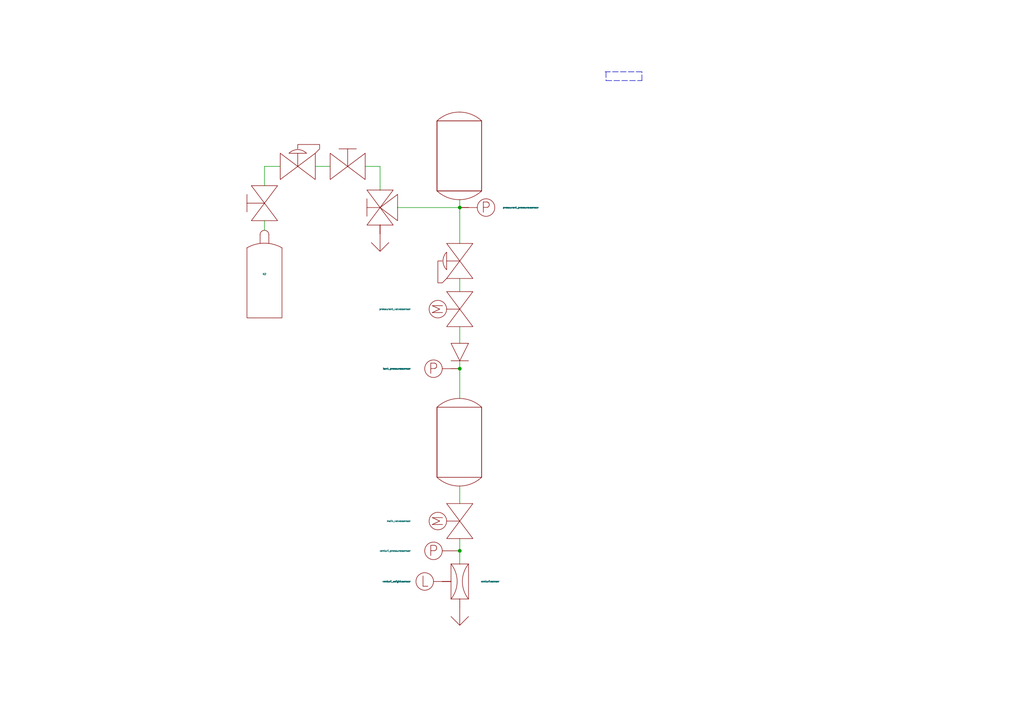
<source format=kicad_sch>
(kicad_sch (version 20231120) (generator "eeschema") (generator_version "8.0")
  (paper "A4")
  (lib_symbols
    (symbol "PnID-Lib:CheckValve" (pin_numbers hide) (pin_names (offset 1.016))
      (property "Reference" "CheckValve" (at 0 -3.302 0))
      (symbol "CheckValve_0_0"
        (polyline (pts (xy 2.54 2.54) (xy 2.54 -2.54)))
        (polyline (pts (xy -2.54 2.54) (xy -2.54 -2.54) (xy 2.54 0) (xy -2.54 2.54)))
      )
      (symbol "CheckValve_1_1"
        (pin bidirectional line (at -2.54 0 0) (length 0) (name "~") (number "~"))
        (pin bidirectional line (at 2.54 0 180) (length 0) (name "~") (number "~"))
      )
    )
    (symbol "PnID-Lib:GasBottle" (pin_numbers hide) (pin_names (offset 1.016))
      (property "Reference" "GasBottle" (at 0 -1.016 0))
      (symbol "GasBottle_0_0"
        (polyline (pts (xy -1.27 8.89) (xy -1.27 11.43)))
        (polyline (pts (xy 1.27 8.89) (xy 1.27 11.43)))
        (polyline (pts (xy -5.08 7.62) (xy -5.08 -12.7) (xy 5.08 -12.7) (xy 5.08 7.62)))
        (arc (start 1.27 11.43) (mid 0 12.6944) (end -1.27 11.43))
        (arc (start 5.08 7.62) (mid 0 8.9691) (end -5.08 7.62))
      )
      (symbol "GasBottle_1_1"
        (pin output line (at 0 12.7 270) (length 0) (name "~") (number "~"))
      )
    )
    (symbol "PnID-Lib:PressureRegulator" (pin_numbers hide) (pin_names (offset 1.016))
      (property "Reference" "PressureRegulator" (at 0 -5.08 0))
      (property "Value" "PressureRegulator" (at 0 -6.35 0))
      (symbol "PressureRegulator_0_0"
        (polyline (pts (xy -2.54 3.81) (xy 2.54 3.81)))
        (polyline (pts (xy 0 0) (xy 0 3.81)))
        (polyline (pts (xy -5.08 3.81) (xy -6.35 5.08) (xy -6.35 6.35) (xy 0 6.35) (xy 0 5.08)))
        (arc (start 2.54 3.81) (mid 0 4.8621) (end -2.54 3.81))
      )
      (symbol "PressureRegulator_1_1"
        (polyline (pts (xy 0 0) (xy -5.08 3.81) (xy -5.08 -3.81) (xy 0 0)))
        (polyline (pts (xy 5.08 3.81) (xy 0 0) (xy 5.08 -3.81) (xy 5.08 3.81)))
        (pin bidirectional line (at -5.08 0 0) (length 0) (name "~") (number "~"))
        (pin bidirectional line (at 5.08 0 180) (length 0) (name "~") (number "~"))
      )
    )
    (symbol "PnID-Lib:Sensor_Pressure" (pin_numbers hide) (pin_names (offset 1.016))
      (property "Reference" "Sensor_Pressure" (at 6.35 0.762 0))
      (property "Value" "Sensor_Pressure" (at 6.35 -0.762 0))
      (property "Data_Content" " " (at 0 0 0))
      (symbol "Sensor_Pressure_0_0"
        (polyline (pts (xy -5.08 0) (xy -2.54 0)))
        (circle (center 0 0) (radius 2.54))
        (text "P" (at 0 0 0) (effects (font (size 2.9972 2.9972))))
      )
      (symbol "Sensor_Pressure_1_1"
        (pin bidirectional line (at -7.62 0 0) (length 2.54) (name "~") (number "~"))
      )
    )
    (symbol "PnID-Lib:Tank_Slim" (pin_numbers hide) (pin_names (offset 1.016))
      (property "Reference" "Tank_Slim" (at 0 1.27 0))
      (property "Value" "Tank_Slim" (at 0 -1.27 0))
      (symbol "Tank_Slim_0_0"
        (polyline (pts (xy 6.35 10.16) (xy 6.35 -10.16)))
      )
      (symbol "Tank_Slim_0_1"
        (rectangle (start -6.604 -10.16) (end 6.35 10.16))
        (polyline (pts (xy -6.604 10.16) (xy -6.604 -10.16)))
        (polyline (pts (xy -6.35 -10.16) (xy 6.35 -10.16)))
        (polyline (pts (xy -6.35 10.16) (xy 6.35 10.16)))
        (arc (start 6.35 10.16) (mid -0.127 12.7008) (end -6.604 10.16))
      )
      (symbol "Tank_Slim_1_1"
        (arc (start -6.604 -10.16) (mid -0.127 -12.7008) (end 6.35 -10.16))
        (pin bidirectional line (at 0 -12.7 90) (length 0) (name "~") (number "~"))
        (pin bidirectional line (at 0 12.7 270) (length 0) (name "~") (number "~"))
      )
    )
    (symbol "PnID-Lib:Valve_Manual" (pin_numbers hide) (pin_names (offset 1.016))
      (property "Reference" "Valve_Manual" (at 0 -5.08 0))
      (symbol "Valve_Manual_0_0"
        (polyline (pts (xy -2.54 5.08) (xy 2.54 5.08)))
        (polyline (pts (xy 0 0) (xy 0 5.08)))
      )
      (symbol "Valve_Manual_1_1"
        (polyline (pts (xy 0 0) (xy -5.08 3.81) (xy -5.08 -3.81) (xy 0 0)))
        (polyline (pts (xy 5.08 3.81) (xy 0 0) (xy 5.08 -3.81) (xy 5.08 3.81)))
        (pin bidirectional line (at -5.08 0 0) (length 0) (name "~") (number "~"))
        (pin bidirectional line (at 5.08 0 180) (length 0) (name "~") (number "~"))
      )
    )
    (symbol "PnID-Lib:Valve_Servo" (pin_numbers hide) (pin_names (offset 1.016))
      (property "Reference" "Valve_Servo" (at 0 -4.064 0))
      (property "Value" "Valve_Servo" (at 0 -5.334 0))
      (symbol "Valve_Servo_0_0"
        (polyline (pts (xy 0 0) (xy 0 3.81)))
        (circle (center 0 6.35) (radius 2.54))
        (text "M" (at 0 6.35 0) (effects (font (size 2.9972 2.9972))))
      )
      (symbol "Valve_Servo_0_1"
        (polyline (pts (xy 0 0) (xy -5.08 3.81) (xy -5.08 -3.81) (xy 0 0)))
      )
      (symbol "Valve_Servo_1_1"
        (polyline (pts (xy 5.08 3.81) (xy 0 0) (xy 5.08 -3.81) (xy 5.08 3.81)))
        (pin bidirectional line (at -5.08 0 0) (length 0) (name "~") (number "~"))
        (pin bidirectional line (at 5.08 0 180) (length 0) (name "~") (number "~"))
      )
    )
    (symbol "PnID-Lib:Vent" (pin_numbers hide) (pin_names (offset 1.016))
      (property "Reference" "Vent" (at 2.54 1.27 0))
      (symbol "Vent_0_0"
        (polyline (pts (xy 0 0) (xy -5.08 0)))
        (polyline (pts (xy -2.54 2.54) (xy 0 0) (xy -2.54 -2.54)))
      )
      (symbol "Vent_1_1"
        (pin bidirectional line (at -7.62 0 0) (length 2.54) (name "~") (number "~"))
      )
    )
    (symbol "PnID-Lib:Venturi" (pin_numbers hide) (pin_names (offset 1.016))
      (property "Reference" "Venturi" (at 0 -5.08 0))
      (symbol "Venturi_0_0"
        (rectangle (start -5.08 2.54) (end 5.08 -2.54))
        (arc (start -5.08 2.54) (mid 0 0.758) (end 5.08 2.54))
        (arc (start 5.08 -2.54) (mid 0 -0.758) (end -5.08 -2.54))
      )
      (symbol "Venturi_1_1"
        (pin bidirectional line (at -5.08 0 0) (length 0) (name "~") (number "~"))
        (pin bidirectional line (at 5.08 0 180) (length 0) (name "~") (number "~"))
      )
    )
    (symbol "propulsion_teststand-rescue:Sensor_Load-PnID-Lib" (pin_numbers hide) (pin_names (offset 1.016))
      (property "Reference" "Sensor_Load" (at 6.35 0.762 0))
      (property "Value" "PnID-Lib_Sensor_Load" (at 6.35 -0.762 0))
      (property "Data_Content" " " (at 0 0 0))
      (symbol "Sensor_Load-PnID-Lib_0_0"
        (polyline (pts (xy -5.08 0) (xy -2.54 0)))
        (circle (center 0 0) (radius 2.54))
        (text "L" (at 0 0 0) (effects (font (size 2.9972 2.9972))))
      )
      (symbol "Sensor_Load-PnID-Lib_1_1"
        (pin bidirectional line (at -7.62 0 0) (length 2.54) (name "~") (number "~"))
      )
    )
    (symbol "propulsion_teststand-rescue:Valve_Manual_3Way-PnID-Lib" (pin_names (offset 1.016))
      (property "Reference" "U" (at 0 19.558 0))
      (property "Value" "PnID-Lib_Valve_Manual_3Way" (at 0 17.272 0))
      (symbol "Valve_Manual_3Way-PnID-Lib_1_1"
        (polyline (pts (xy -2.54 10.922) (xy 2.54 10.922)))
        (polyline (pts (xy 0 7.112) (xy 0 10.922)))
        (polyline (pts (xy 0 7.112) (xy -5.08 10.922) (xy -5.08 3.302) (xy 0 7.112)))
        (polyline (pts (xy 3.81 2.032) (xy 0 7.112) (xy -3.81 2.032) (xy 3.81 2.032)))
        (polyline (pts (xy 5.08 10.922) (xy 0 7.112) (xy 5.08 3.302) (xy 5.08 10.922)))
        (pin bidirectional line (at -5.08 7.112 0) (length 0) (name "~") (number "~"))
        (pin bidirectional line (at 0 2.032 90) (length 0) (name "~") (number "~"))
        (pin bidirectional line (at 5.08 7.112 180) (length 0) (name "~") (number "~"))
      )
    )
  )
  (junction (at 133.35 106.934))
  (junction (at 133.35 60.198))
  (junction (at 133.35 159.766))
  (wire (pts (xy 76.708 66.802) (xy 76.708 64.008)))
  (wire (pts (xy 115.316 60.198) (xy 133.35 60.198)))
  (wire (pts (xy 133.35 80.772) (xy 133.35 84.582)))
  (wire (pts (xy 133.35 159.766) (xy 133.35 163.576)))
  (wire (pts (xy 133.35 156.21) (xy 133.35 159.766)))
  (wire (pts (xy 133.35 106.934) (xy 133.35 104.648)))
  (wire (pts (xy 76.708 48.26) (xy 76.708 53.848)))
  (polyline (pts (xy 186.182 20.828) (xy 175.514 20.828)) (stroke (width 0) (type dash)))
  (wire (pts (xy 133.35 60.198) (xy 133.35 70.612)))
  (wire (pts (xy 133.35 57.912) (xy 133.35 60.198)))
  (wire (pts (xy 133.35 94.742) (xy 133.35 99.568)))
  (wire (pts (xy 110.236 48.26) (xy 105.918 48.26)))
  (wire (pts (xy 91.44 48.26) (xy 95.758 48.26)))
  (wire (pts (xy 133.35 140.97) (xy 133.35 146.05)))
  (wire (pts (xy 110.236 55.118) (xy 110.236 48.26)))
  (wire (pts (xy 133.35 106.934) (xy 133.35 115.57)))
  (polyline (pts (xy 175.768 20.828) (xy 175.768 23.368)) (stroke (width 0) (type dash)))
  (wire (pts (xy 81.28 48.26) (xy 76.708 48.26)))
  (polyline (pts (xy 186.182 23.368) (xy 186.182 20.828)) (stroke (width 0) (type dash)))
  (polyline (pts (xy 175.768 23.368) (xy 186.182 23.368)) (stroke (width 0) (type dash)))
  (symbol (lib_id "PnID-Lib:GasBottle") (at 76.708 79.502 0) (unit 1)
    (property "Reference" "N2" (at 76.708 79.502 0) (effects (font (size 0.508 0.508))))
    (property "Value" "N2" (effects (hide yes)))
  )
  (symbol (lib_id "PnID-Lib:Sensor_Pressure") (at 140.97 60.198 0) (unit 1)
    (property "Reference" "pressurant_pressure" (effects (hide yes)))
    (property "Value" "pressurant_pressure:sensor" (at 145.796 60.198 0) (effects (font (size 0.508 0.508)) (justify left)))
    (property "Unit" "bar" (effects (hide yes)))
    (property "Action_Reference" " " (effects (hide yes)))
    (property "Data_Content" " " (effects (hide yes)))
  )
  (symbol (lib_id "PnID-Lib:CheckValve") (at 133.35 102.108 270) (unit 1)
    (property "Reference" "CheckValve?" (effects (hide yes)))
    (property "Value" "CheckValve" (effects (hide yes)))
  )
  (symbol (lib_id "PnID-Lib:Tank_Slim") (at 133.35 128.27 0) (unit 1)
    (property "Reference" "Tank" (effects (hide yes)))
    (property "Value" "tank" (effects (hide yes)))
    (property "Unit" "%" (effects (hide yes)))
    (property "Action_Reference" " " (effects (hide yes)))
    (property "Data_Content" " " (effects (hide yes)))
  )
  (symbol (lib_id "PnID-Lib:Sensor_Pressure") (at 125.73 159.766 180) (unit 1)
    (property "Reference" "venturi_pressure" (effects (hide yes)))
    (property "Value" "venturi_pressure:sensor" (at 119.126 159.766 0) (effects (font (size 0.508 0.508)) (justify left)))
    (property "Unit" "bar" (effects (hide yes)))
    (property "Action_Reference" " " (effects (hide yes)))
    (property "Data_Content" " " (effects (hide yes)))
  )
  (symbol (lib_id "PnID-Lib:Venturi") (at 133.35 168.656 270) (unit 1)
    (property "Reference" "venturi" (effects (hide yes)))
    (property "Value" "venturi:sensor" (at 139.446 168.656 90) (effects (font (size 0.508 0.508)) (justify left)))
    (property "Unit" "%" (effects (hide yes)))
  )
  (symbol (lib_id "PnID-Lib:Valve_Manual") (at 76.708 58.928 90) (unit 1)
    (property "Reference" "fuel_manual_valve" (effects (hide yes)))
    (property "Value" "fuel_manual_valve" (effects (hide yes)))
    (property "Action_Reference" " " (effects (hide yes)))
  )
  (symbol (lib_id "PnID-Lib:PressureRegulator") (at 86.36 48.26 0) (mirror y) (unit 1)
    (property "Reference" "fuel_pressure_regulator" (effects (hide yes)))
    (property "Value" "fuel_pressure_regulator" (effects (hide yes)))
  )
  (symbol (lib_id "PnID-Lib:Sensor_Pressure") (at 125.73 106.934 180) (unit 1)
    (property "Reference" "tank_pressure" (effects (hide yes)))
    (property "Value" "tank_pressure:sensor" (at 119.126 106.934 0) (effects (font (size 0.508 0.508)) (justify left)))
    (property "Unit" "bar" (effects (hide yes)))
    (property "Action_Reference" " " (effects (hide yes)))
    (property "Data_Content" " " (effects (hide yes)))
  )
  (symbol (lib_name "PnID-Lib:Valve_Servo") (lib_id "PnID-Lib:Valve_Servo") (at 133.35 151.13 90) (unit 1)
    (property "Reference" "main_valve" (effects (hide yes)))
    (property "Value" "main_valve:sensor" (at 119.126 151.13 90) (effects (font (size 0.508 0.508)) (justify left)))
    (property "Unit" "%" (effects (hide yes)))
    (property "Action_Reference" " " (effects (hide yes)))
  )
  (symbol (lib_id "PnID-Lib:Tank_Slim") (at 133.35 45.212 0) (unit 1)
    (property "Reference" "pressurant_tank" (effects (hide yes)))
    (property "Value" "pressurant_tank" (effects (hide yes)))
    (property "Unit" "%" (effects (hide yes)))
    (property "Action_Reference" " " (effects (hide yes)))
    (property "Data_Content" " " (effects (hide yes)))
  )
  (symbol (lib_id "PnID-Lib:Vent") (at 133.35 181.356 90) (mirror x) (unit 1)
    (property "Reference" "Vent?" (effects (hide yes)))
    (property "Value" "Vent" (effects (hide yes)))
  )
  (symbol (lib_id "PnID-Lib:Valve_Manual") (at 100.838 48.26 0) (unit 1)
    (property "Reference" "Valve_Manual" (effects (hide yes)))
    (property "Value" "Valve_Manual" (effects (hide yes)))
    (property "Action_Reference" " " (effects (hide yes)))
  )
  (symbol (lib_id "propulsion_teststand-rescue:Valve_Manual_3Way-PnID-Lib") (at 117.348 60.198 90) (unit 1)
    (property "Reference" "Valve_Manual_3Way" (effects (hide yes)))
    (property "Value" "Valve_Manual_3Way" (effects (hide yes)))
  )
  (symbol (lib_id "PnID-Lib:Vent") (at 110.236 72.898 90) (mirror x) (unit 1)
    (property "Reference" "Vent?" (effects (hide yes)))
    (property "Value" "Vent" (effects (hide yes)))
  )
  (symbol (lib_name "PnID-Lib:Valve_Servo") (lib_id "PnID-Lib:Valve_Servo") (at 133.35 89.662 90) (unit 1)
    (property "Reference" "pressurant_valve" (effects (hide yes)))
    (property "Value" "pressurant_valve:sensor" (at 119.126 89.662 90) (effects (font (size 0.508 0.508)) (justify left)))
    (property "Unit" "%" (effects (hide yes)))
    (property "Action_Reference" " " (effects (hide yes)))
  )
  (symbol (lib_id "PnID-Lib:PressureRegulator") (at 133.35 75.692 90) (unit 1)
    (property "Reference" "pressurantPressureRegulator" (effects (hide yes)))
    (property "Value" "pressurantPressureRegulator" (effects (hide yes)))
  )
  (symbol (lib_id "propulsion_teststand-rescue:Sensor_Load-PnID-Lib") (at 123.19 168.656 0) (mirror y) (unit 1)
    (property "Reference" "venturi_weight" (effects (hide yes)))
    (property "Value" "venturi_weight:sensor" (at 119.126 168.656 0) (effects (font (size 0.508 0.508)) (justify left)))
    (property "Unit" "kg" (effects (hide yes)))
    (property "Action_Reference" " " (effects (hide yes)))
    (property "Data_Content" " " (at 125.9332 164.2618 0))
  )
)
</source>
